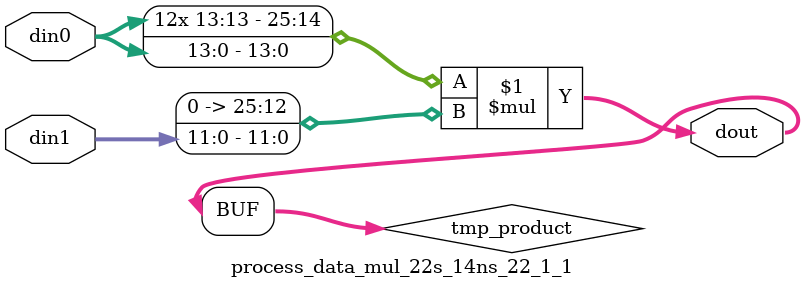
<source format=v>

`timescale 1 ns / 1 ps

  module process_data_mul_22s_14ns_22_1_1(din0, din1, dout);
parameter ID = 1;
parameter NUM_STAGE = 0;
parameter din0_WIDTH = 14;
parameter din1_WIDTH = 12;
parameter dout_WIDTH = 26;

input [din0_WIDTH - 1 : 0] din0; 
input [din1_WIDTH - 1 : 0] din1; 
output [dout_WIDTH - 1 : 0] dout;

wire signed [dout_WIDTH - 1 : 0] tmp_product;












assign tmp_product = $signed(din0) * $signed({1'b0, din1});









assign dout = tmp_product;







endmodule

</source>
